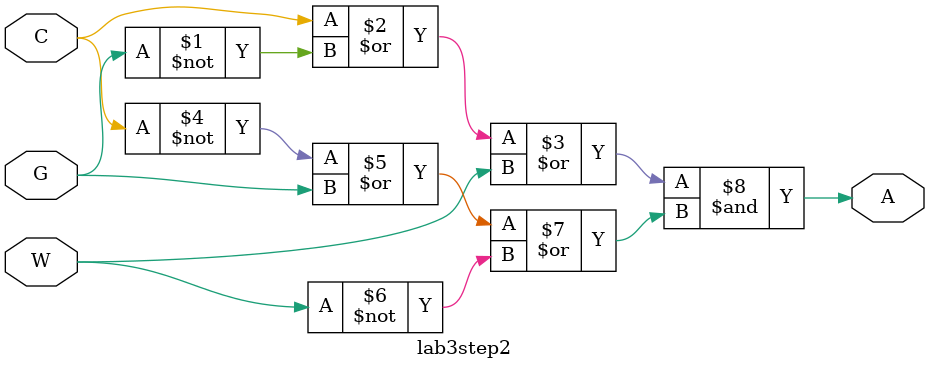
<source format=v>
module lab3step2(C, G, W, A);
	input C, G, W;
	output A;

	assign A = (((C|~G|W)&(~C|G|~W)));
	
endmodule

</source>
